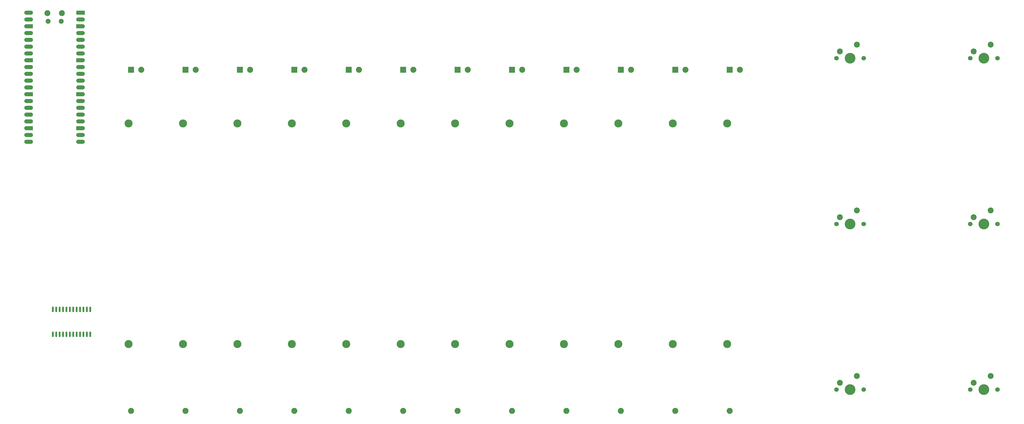
<source format=gbr>
%TF.GenerationSoftware,KiCad,Pcbnew,9.0.1*%
%TF.CreationDate,2025-07-07T17:58:15-06:00*%
%TF.ProjectId,MixDeck v1,4d697844-6563-46b2-9076-312e6b696361,rev?*%
%TF.SameCoordinates,Original*%
%TF.FileFunction,Soldermask,Bot*%
%TF.FilePolarity,Negative*%
%FSLAX46Y46*%
G04 Gerber Fmt 4.6, Leading zero omitted, Abs format (unit mm)*
G04 Created by KiCad (PCBNEW 9.0.1) date 2025-07-07 17:58:15*
%MOMM*%
%LPD*%
G01*
G04 APERTURE LIST*
G04 Aperture macros list*
%AMRoundRect*
0 Rectangle with rounded corners*
0 $1 Rounding radius*
0 $2 $3 $4 $5 $6 $7 $8 $9 X,Y pos of 4 corners*
0 Add a 4 corners polygon primitive as box body*
4,1,4,$2,$3,$4,$5,$6,$7,$8,$9,$2,$3,0*
0 Add four circle primitives for the rounded corners*
1,1,$1+$1,$2,$3*
1,1,$1+$1,$4,$5*
1,1,$1+$1,$6,$7*
1,1,$1+$1,$8,$9*
0 Add four rect primitives between the rounded corners*
20,1,$1+$1,$2,$3,$4,$5,0*
20,1,$1+$1,$4,$5,$6,$7,0*
20,1,$1+$1,$6,$7,$8,$9,0*
20,1,$1+$1,$8,$9,$2,$3,0*%
%AMFreePoly0*
4,1,37,0.800000,0.796148,0.878414,0.796148,1.032228,0.765552,1.177117,0.705537,1.307515,0.618408,1.418408,0.507515,1.505537,0.377117,1.565552,0.232228,1.596148,0.078414,1.596148,-0.078414,1.565552,-0.232228,1.505537,-0.377117,1.418408,-0.507515,1.307515,-0.618408,1.177117,-0.705537,1.032228,-0.765552,0.878414,-0.796148,0.800000,-0.796148,0.800000,-0.800000,-1.400000,-0.800000,
-1.403843,-0.796157,-1.439018,-0.796157,-1.511114,-0.766294,-1.566294,-0.711114,-1.596157,-0.639018,-1.596157,-0.603843,-1.600000,-0.600000,-1.600000,0.600000,-1.596157,0.603843,-1.596157,0.639018,-1.566294,0.711114,-1.511114,0.766294,-1.439018,0.796157,-1.403843,0.796157,-1.400000,0.800000,0.800000,0.800000,0.800000,0.796148,0.800000,0.796148,$1*%
%AMFreePoly1*
4,1,37,1.403843,0.796157,1.439018,0.796157,1.511114,0.766294,1.566294,0.711114,1.596157,0.639018,1.596157,0.603843,1.600000,0.600000,1.600000,-0.600000,1.596157,-0.603843,1.596157,-0.639018,1.566294,-0.711114,1.511114,-0.766294,1.439018,-0.796157,1.403843,-0.796157,1.400000,-0.800000,-0.800000,-0.800000,-0.800000,-0.796148,-0.878414,-0.796148,-1.032228,-0.765552,-1.177117,-0.705537,
-1.307515,-0.618408,-1.418408,-0.507515,-1.505537,-0.377117,-1.565552,-0.232228,-1.596148,-0.078414,-1.596148,0.078414,-1.565552,0.232228,-1.505537,0.377117,-1.418408,0.507515,-1.307515,0.618408,-1.177117,0.705537,-1.032228,0.765552,-0.878414,0.796148,-0.800000,0.796148,-0.800000,0.800000,1.400000,0.800000,1.403843,0.796157,1.403843,0.796157,$1*%
%AMFreePoly2*
4,1,37,0.603843,0.796157,0.639018,0.796157,0.711114,0.766294,0.766294,0.711114,0.796157,0.639018,0.796157,0.603843,0.800000,0.600000,0.800000,-0.600000,0.796157,-0.603843,0.796157,-0.639018,0.766294,-0.711114,0.711114,-0.766294,0.639018,-0.796157,0.603843,-0.796157,0.600000,-0.800000,0.000000,-0.800000,0.000000,-0.796148,-0.078414,-0.796148,-0.232228,-0.765552,-0.377117,-0.705537,
-0.507515,-0.618408,-0.618408,-0.507515,-0.705537,-0.377117,-0.765552,-0.232228,-0.796148,-0.078414,-0.796148,0.078414,-0.765552,0.232228,-0.705537,0.377117,-0.618408,0.507515,-0.507515,0.618408,-0.377117,0.705537,-0.232228,0.765552,-0.078414,0.796148,0.000000,0.796148,0.000000,0.800000,0.600000,0.800000,0.603843,0.796157,0.603843,0.796157,$1*%
%AMFreePoly3*
4,1,37,0.000000,0.796148,0.078414,0.796148,0.232228,0.765552,0.377117,0.705537,0.507515,0.618408,0.618408,0.507515,0.705537,0.377117,0.765552,0.232228,0.796148,0.078414,0.796148,-0.078414,0.765552,-0.232228,0.705537,-0.377117,0.618408,-0.507515,0.507515,-0.618408,0.377117,-0.705537,0.232228,-0.765552,0.078414,-0.796148,0.000000,-0.796148,0.000000,-0.800000,-0.600000,-0.800000,
-0.603843,-0.796157,-0.639018,-0.796157,-0.711114,-0.766294,-0.766294,-0.711114,-0.796157,-0.639018,-0.796157,-0.603843,-0.800000,-0.600000,-0.800000,0.600000,-0.796157,0.603843,-0.796157,0.639018,-0.766294,0.711114,-0.711114,0.766294,-0.639018,0.796157,-0.603843,0.796157,-0.600000,0.800000,0.000000,0.800000,0.000000,0.796148,0.000000,0.796148,$1*%
G04 Aperture macros list end*
%ADD10R,2.250000X2.250000*%
%ADD11C,2.250000*%
%ADD12C,3.000000*%
%ADD13C,1.700000*%
%ADD14C,4.000000*%
%ADD15C,2.200000*%
%ADD16RoundRect,0.150000X0.150000X-0.875000X0.150000X0.875000X-0.150000X0.875000X-0.150000X-0.875000X0*%
%ADD17C,1.850000*%
%ADD18FreePoly0,180.000000*%
%ADD19RoundRect,0.200000X0.600000X0.600000X-0.600000X0.600000X-0.600000X-0.600000X0.600000X-0.600000X0*%
%ADD20RoundRect,0.800000X0.800000X0.000010X-0.800000X0.000010X-0.800000X-0.000010X0.800000X-0.000010X0*%
%ADD21C,1.600000*%
%ADD22FreePoly1,180.000000*%
%ADD23FreePoly2,180.000000*%
%ADD24FreePoly3,180.000000*%
G04 APERTURE END LIST*
D10*
%TO.C,RV7*%
X542914936Y-220730000D03*
D11*
X546714936Y-220730000D03*
X542914936Y-348230000D03*
D12*
X541964936Y-240780000D03*
X541964936Y-323280000D03*
%TD*%
D10*
%TO.C,RV2*%
X441299873Y-220730000D03*
D11*
X445099873Y-220730000D03*
X441299873Y-348230000D03*
D12*
X440349873Y-240780000D03*
X440349873Y-323280000D03*
%TD*%
D10*
%TO.C,RV10*%
X603883975Y-220730000D03*
D11*
X607683975Y-220730000D03*
X603883975Y-348230000D03*
D12*
X602933975Y-240780000D03*
X602933975Y-323280000D03*
%TD*%
D13*
%TO.C,SW2*%
X734300000Y-216430000D03*
D14*
X739380000Y-216430000D03*
D13*
X744460000Y-216430000D03*
D15*
X741920000Y-211350000D03*
X735570000Y-213890000D03*
%TD*%
D13*
%TO.C,SW6*%
X734300000Y-340270000D03*
D14*
X739380000Y-340270000D03*
D13*
X744460000Y-340270000D03*
D15*
X741920000Y-335190000D03*
X735570000Y-337730000D03*
%TD*%
D10*
%TO.C,RV9*%
X583560962Y-220730000D03*
D11*
X587360962Y-220730000D03*
X583560962Y-348230000D03*
D12*
X582610962Y-240780000D03*
X582610962Y-323280000D03*
%TD*%
D10*
%TO.C,RV1*%
X420976860Y-220730000D03*
D11*
X424776860Y-220730000D03*
X420976860Y-348230000D03*
D12*
X420026860Y-240780000D03*
X420026860Y-323280000D03*
%TD*%
D10*
%TO.C,RV8*%
X563237949Y-220730000D03*
D11*
X567037949Y-220730000D03*
X563237949Y-348230000D03*
D12*
X562287949Y-240780000D03*
X562287949Y-323280000D03*
%TD*%
D10*
%TO.C,RV6*%
X522591924Y-220730000D03*
D11*
X526391924Y-220730000D03*
X522591924Y-348230000D03*
D12*
X521641924Y-240780000D03*
X521641924Y-323280000D03*
%TD*%
D10*
%TO.C,RV12*%
X644530000Y-220730000D03*
D11*
X648330000Y-220730000D03*
X644530000Y-348230000D03*
D12*
X643580000Y-240780000D03*
X643580000Y-323280000D03*
%TD*%
D13*
%TO.C,SW5*%
X684380000Y-340270000D03*
D14*
X689460000Y-340270000D03*
D13*
X694540000Y-340270000D03*
D15*
X692000000Y-335190000D03*
X685650000Y-337730000D03*
%TD*%
D10*
%TO.C,RV5*%
X502268911Y-220730000D03*
D11*
X506068911Y-220730000D03*
X502268911Y-348230000D03*
D12*
X501318911Y-240780000D03*
X501318911Y-323280000D03*
%TD*%
D13*
%TO.C,SW1*%
X684380000Y-216430000D03*
D14*
X689460000Y-216430000D03*
D13*
X694540000Y-216430000D03*
D15*
X692000000Y-211350000D03*
X685650000Y-213890000D03*
%TD*%
D10*
%TO.C,RV4*%
X481945898Y-220730000D03*
D11*
X485745898Y-220730000D03*
X481945898Y-348230000D03*
D12*
X480995898Y-240780000D03*
X480995898Y-323280000D03*
%TD*%
D10*
%TO.C,RV3*%
X461622885Y-220730000D03*
D11*
X465422885Y-220730000D03*
X461622885Y-348230000D03*
D12*
X460672885Y-240780000D03*
X460672885Y-323280000D03*
%TD*%
D10*
%TO.C,RV11*%
X624206987Y-220730000D03*
D11*
X628006987Y-220730000D03*
X624206987Y-348230000D03*
D12*
X623256987Y-240780000D03*
X623256987Y-323280000D03*
%TD*%
D13*
%TO.C,SW3*%
X684380000Y-278350000D03*
D14*
X689460000Y-278350000D03*
D13*
X694540000Y-278350000D03*
D15*
X692000000Y-273270000D03*
X685650000Y-275810000D03*
%TD*%
D13*
%TO.C,SW4*%
X734300000Y-278350000D03*
D14*
X739380000Y-278350000D03*
D13*
X744460000Y-278350000D03*
D15*
X741920000Y-273270000D03*
X735570000Y-275810000D03*
%TD*%
D16*
%TO.C,U1*%
X405765000Y-319610000D03*
X404495000Y-319610000D03*
X403225000Y-319610000D03*
X401955000Y-319610000D03*
X400685000Y-319610000D03*
X399415000Y-319610000D03*
X398145000Y-319610000D03*
X396875000Y-319610000D03*
X395605000Y-319610000D03*
X394335000Y-319610000D03*
X393065000Y-319610000D03*
X391795000Y-319610000D03*
X391795000Y-310310000D03*
X393065000Y-310310000D03*
X394335000Y-310310000D03*
X395605000Y-310310000D03*
X396875000Y-310310000D03*
X398145000Y-310310000D03*
X399415000Y-310310000D03*
X400685000Y-310310000D03*
X401955000Y-310310000D03*
X403225000Y-310310000D03*
X404495000Y-310310000D03*
X405765000Y-310310000D03*
%TD*%
D15*
%TO.C,A1*%
X395155000Y-199520000D03*
D17*
X394855000Y-202550000D03*
X390005000Y-202550000D03*
D15*
X389705000Y-199520000D03*
D18*
X402120000Y-199390000D03*
D19*
X401320000Y-199390000D03*
D20*
X402120000Y-201930000D03*
D21*
X401320000Y-201930000D03*
D22*
X402120000Y-204470000D03*
D23*
X401320000Y-204470000D03*
D20*
X402120000Y-207010000D03*
D21*
X401320000Y-207010000D03*
D20*
X402120000Y-209550000D03*
D21*
X401320000Y-209550000D03*
D20*
X402120000Y-212090000D03*
D21*
X401320000Y-212090000D03*
D20*
X402120000Y-214630000D03*
D21*
X401320000Y-214630000D03*
D22*
X402120000Y-217170000D03*
D23*
X401320000Y-217170000D03*
D20*
X402120000Y-219710000D03*
D21*
X401320000Y-219710000D03*
D20*
X402120000Y-222250000D03*
D21*
X401320000Y-222250000D03*
D20*
X402120000Y-224790000D03*
D21*
X401320000Y-224790000D03*
D20*
X402120000Y-227330000D03*
D21*
X401320000Y-227330000D03*
D22*
X402120000Y-229870000D03*
D23*
X401320000Y-229870000D03*
D20*
X402120000Y-232410000D03*
D21*
X401320000Y-232410000D03*
D20*
X402120000Y-234950000D03*
D21*
X401320000Y-234950000D03*
D20*
X402120000Y-237490000D03*
D21*
X401320000Y-237490000D03*
D20*
X402120000Y-240030000D03*
D21*
X401320000Y-240030000D03*
D22*
X402120000Y-242570000D03*
D23*
X401320000Y-242570000D03*
D20*
X402120000Y-245110000D03*
D21*
X401320000Y-245110000D03*
D20*
X402120000Y-247650000D03*
D21*
X401320000Y-247650000D03*
X383540000Y-247650000D03*
D20*
X382740000Y-247650000D03*
D21*
X383540000Y-245110000D03*
D20*
X382740000Y-245110000D03*
D24*
X383540000Y-242570000D03*
D18*
X382740000Y-242570000D03*
D21*
X383540000Y-240030000D03*
D20*
X382740000Y-240030000D03*
D21*
X383540000Y-237490000D03*
D20*
X382740000Y-237490000D03*
D21*
X383540000Y-234950000D03*
D20*
X382740000Y-234950000D03*
D21*
X383540000Y-232410000D03*
D20*
X382740000Y-232410000D03*
D24*
X383540000Y-229870000D03*
D18*
X382740000Y-229870000D03*
D21*
X383540000Y-227330000D03*
D20*
X382740000Y-227330000D03*
D21*
X383540000Y-224790000D03*
D20*
X382740000Y-224790000D03*
D21*
X383540000Y-222250000D03*
D20*
X382740000Y-222250000D03*
D21*
X383540000Y-219710000D03*
D20*
X382740000Y-219710000D03*
D24*
X383540000Y-217170000D03*
D18*
X382740000Y-217170000D03*
D21*
X383540000Y-214630000D03*
D20*
X382740000Y-214630000D03*
D21*
X383540000Y-212090000D03*
D20*
X382740000Y-212090000D03*
D21*
X383540000Y-209550000D03*
D20*
X382740000Y-209550000D03*
D21*
X383540000Y-207010000D03*
D20*
X382740000Y-207010000D03*
D24*
X383540000Y-204470000D03*
D18*
X382740000Y-204470000D03*
D21*
X383540000Y-201930000D03*
D20*
X382740000Y-201930000D03*
D21*
X383540000Y-199390000D03*
D20*
X382740000Y-199390000D03*
%TD*%
M02*

</source>
